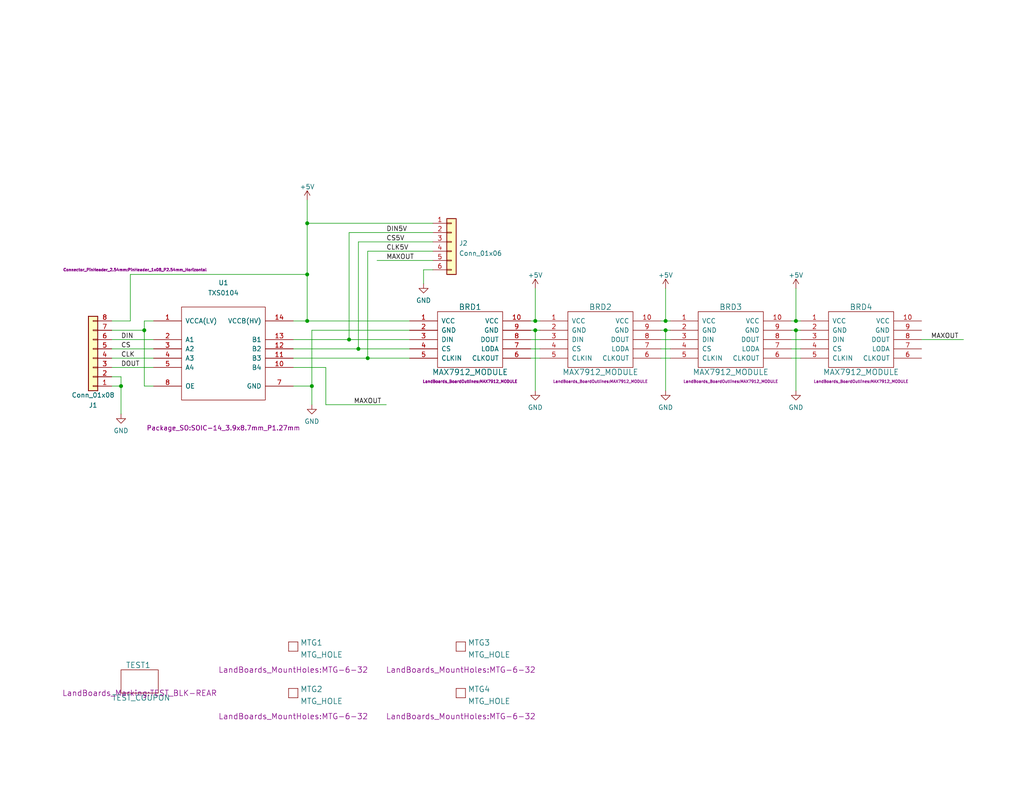
<source format=kicad_sch>
(kicad_sch (version 20211123) (generator eeschema)
  (paper "A")
  (title_block (title "MAX7219X4") (date "2022-08-01") (rev "2") (company "Land Boards, LLC"))
  (lib_symbols
    (symbol "Connector_Generic:Conn_01x06" (pin_names (offset 1.016) hide)
      (property "Reference" "J" (at 0 7.62 0))
      (property "Value" "Conn_01x06" (at 0 -10.16 0))
      (symbol "Conn_01x06_1_1"
        (rectangle (start -1.27 -7.493) (end 0 -7.747) (stroke (width 0.1524)))
        (rectangle (start -1.27 -4.953) (end 0 -5.207) (stroke (width 0.1524)))
        (rectangle (start -1.27 -2.413) (end 0 -2.667) (stroke (width 0.1524)))
        (rectangle (start -1.27 0.127) (end 0 -0.127) (stroke (width 0.1524)))
        (rectangle (start -1.27 2.667) (end 0 2.413) (stroke (width 0.1524)))
        (rectangle (start -1.27 5.207) (end 0 4.953) (stroke (width 0.1524)))
        (rectangle (start -1.27 6.35) (end 1.27 -8.89) (stroke (width 0.254)) (fill (type background)))
        (pin passive line (at -5.08 5.08 0) (length 3.81) (name "Pin_1") (number "1"))
        (pin passive line (at -5.08 2.54 0) (length 3.81) (name "Pin_2") (number "2"))
        (pin passive line (at -5.08 0 0) (length 3.81) (name "Pin_3") (number "3"))
        (pin passive line (at -5.08 -2.54 0) (length 3.81) (name "Pin_4") (number "4"))
        (pin passive line (at -5.08 -5.08 0) (length 3.81) (name "Pin_5") (number "5"))
        (pin passive line (at -5.08 -7.62 0) (length 3.81) (name "Pin_6") (number "6"))
      )
    )
    (symbol "Connector_Generic:Conn_01x08" (pin_names (offset 1.016) hide)
      (property "Reference" "J" (at 0 10.16 0))
      (property "Value" "Conn_01x08" (at 0 -12.7 0))
      (symbol "Conn_01x08_1_1"
        (rectangle (start -1.27 -10.033) (end 0 -10.287) (stroke (width 0.1524)))
        (rectangle (start -1.27 -7.493) (end 0 -7.747) (stroke (width 0.1524)))
        (rectangle (start -1.27 -4.953) (end 0 -5.207) (stroke (width 0.1524)))
        (rectangle (start -1.27 -2.413) (end 0 -2.667) (stroke (width 0.1524)))
        (rectangle (start -1.27 0.127) (end 0 -0.127) (stroke (width 0.1524)))
        (rectangle (start -1.27 2.667) (end 0 2.413) (stroke (width 0.1524)))
        (rectangle (start -1.27 5.207) (end 0 4.953) (stroke (width 0.1524)))
        (rectangle (start -1.27 7.747) (end 0 7.493) (stroke (width 0.1524)))
        (rectangle (start -1.27 8.89) (end 1.27 -11.43) (stroke (width 0.254)) (fill (type background)))
        (pin passive line (at -5.08 7.62 0) (length 3.81) (name "Pin_1") (number "1"))
        (pin passive line (at -5.08 5.08 0) (length 3.81) (name "Pin_2") (number "2"))
        (pin passive line (at -5.08 2.54 0) (length 3.81) (name "Pin_3") (number "3"))
        (pin passive line (at -5.08 0 0) (length 3.81) (name "Pin_4") (number "4"))
        (pin passive line (at -5.08 -2.54 0) (length 3.81) (name "Pin_5") (number "5"))
        (pin passive line (at -5.08 -5.08 0) (length 3.81) (name "Pin_6") (number "6"))
        (pin passive line (at -5.08 -7.62 0) (length 3.81) (name "Pin_7") (number "7"))
        (pin passive line (at -5.08 -10.16 0) (length 3.81) (name "Pin_8") (number "8"))
      )
    )
    (symbol "LandBoards:COUPON" (pin_names (offset 1.016))
      (property "Reference" "COUP?" (at 0 0 0))
      (property "Value" "COUPON" (at 0 0 0))
      (symbol "COUPON_0_1"
        (rectangle (start -5.08 0) (end 5.08 6.35))
      )
    )
    (symbol "LandBoards:MTG_HOLE" (pin_names (offset 1.016))
      (property "Reference" "MTG?" (at 0 2.54 0))
      (property "Value" "MTG_HOLE" (at 0 -2.54 0))
      (symbol "MTG_HOLE_0_1"
        (rectangle (start -1.27 -1.27) (end 1.27 -1.27))
        (rectangle (start -1.27 1.27) (end -1.27 -1.27))
        (rectangle (start 1.27 1.27) (end -1.27 1.27))
        (rectangle (start 1.27 1.27) (end 1.27 -1.27))
      )
    )
    (symbol "LandBoards_Cards:MAX7912_MODULE" (pin_names (offset 1.016))
      (property "Reference" "BRD" (at 0 8.89 0))
      (property "Value" "MAX7912_MODULE" (at 0 -8.89 0))
      (symbol "MAX7912_MODULE_0_0"
        (rectangle (start -8.89 7.62) (end 8.89 -7.62))
      )
      (symbol "MAX7912_MODULE_1_1"
        (pin power_in line (at -16.51 5.08 0) (length 7.62) (name "VCC") (number "1"))
        (pin power_in line (at 16.51 5.08 180) (length 7.62) (name "VCC") (number "10"))
        (pin power_in line (at -16.51 2.54 0) (length 7.62) (name "GND") (number "2"))
        (pin input line (at -16.51 0 0) (length 7.62) (name "DIN") (number "3"))
        (pin input line (at -16.51 -2.54 0) (length 7.62) (name "CS") (number "4"))
        (pin input line (at -16.51 -5.08 0) (length 7.62) (name "CLKIN") (number "5"))
        (pin output line (at 16.51 -5.08 180) (length 7.62) (name "CLKOUT") (number "6"))
        (pin output line (at 16.51 -2.54 180) (length 7.62) (name "LODA") (number "7"))
        (pin output line (at 16.51 0 180) (length 7.62) (name "DOUT") (number "8"))
        (pin power_in line (at 16.51 2.54 180) (length 7.62) (name "GND") (number "9"))
      )
    )
    (symbol "LandBoards_Semis:TXS0104" (pin_names (offset 1.016))
      (property "Reference" "U" (at -2.54 13.97 0))
      (property "Value" "TXS0104" (at -1.27 -13.97 0))
      (symbol "TXS0104_1_0"
        (rectangle (start -11.43 -12.7) (end 11.43 12.7))
      )
      (symbol "TXS0104_1_1"
        (pin passive line (at -19.05 8.89 0) (length 7.62) (name "VCCA(LV)") (number "1"))
        (pin bidirectional line (at 19.05 -3.81 180) (length 7.62) (name "B4") (number "10"))
        (pin bidirectional line (at 19.05 -1.27 180) (length 7.62) (name "B3") (number "11"))
        (pin bidirectional line (at 19.05 1.27 180) (length 7.62) (name "B2") (number "12"))
        (pin bidirectional line (at 19.05 3.81 180) (length 7.62) (name "B1") (number "13"))
        (pin passive line (at 19.05 8.89 180) (length 7.62) (name "VCCB(HV)") (number "14"))
        (pin bidirectional line (at -19.05 3.81 0) (length 7.62) (name "A1") (number "2"))
        (pin bidirectional line (at -19.05 1.27 0) (length 7.62) (name "A2") (number "3"))
        (pin bidirectional line (at -19.05 -1.27 0) (length 7.62) (name "A3") (number "4"))
        (pin bidirectional line (at -19.05 -3.81 0) (length 7.62) (name "A4") (number "5"))
        (pin passive line (at 19.05 -8.89 180) (length 7.62) (name "GND") (number "7"))
        (pin input line (at -19.05 -8.89 0) (length 7.62) (name "OE") (number "8"))
      )
    )
    (symbol "power:+5V" (power) (pin_names (offset 0))
      (property "Value" "+5V" (at 0 3.556 0))
      (symbol "+5V_0_1"
        (polyline (pts (xy -0.762 1.27) (xy 0 2.54)))
        (polyline (pts (xy 0 0) (xy 0 2.54)))
        (polyline (pts (xy 0 2.54) (xy 0.762 1.27)))
      )
      (symbol "+5V_1_1"
        (pin power_in line (at 0 0 90) (length 0) hide (name "+5V") (number "1"))
      )
    )
    (symbol "power:GND" (power) (pin_names (offset 0))
      (property "Value" "GND" (at 0 -3.81 0))
      (symbol "GND_0_1"
        (polyline (pts (xy 0 0) (xy 0 -1.27) (xy 1.27 -1.27) (xy 0 -2.54) (xy -1.27 -1.27) (xy 0 -1.27)))
      )
      (symbol "GND_1_1"
        (pin power_in line (at 0 0 270) (length 0) hide (name "GND") (number "1"))
      )
    )
  )
  (junction (at 181.61 87.63))
  (junction (at 39.37 90.17))
  (junction (at 217.17 87.63))
  (junction (at 83.82 74.93))
  (junction (at 97.79 95.25))
  (junction (at 217.17 90.17))
  (junction (at 181.61 90.17))
  (junction (at 83.82 60.96))
  (junction (at 83.82 87.63))
  (junction (at 85.09 105.41))
  (junction (at 95.25 92.71))
  (junction (at 33.02 105.41))
  (junction (at 146.05 90.17))
  (junction (at 146.05 87.63))
  (junction (at 100.33 97.79))
  (wire (pts (xy 144.78 90.17) (xy 146.05 90.17)))
  (wire (pts (xy 215.9 97.79) (xy 218.44 97.79)))
  (wire (pts (xy 33.02 102.87) (xy 33.02 105.41)))
  (wire (pts (xy 88.9 110.49) (xy 88.9 100.33)))
  (wire (pts (xy 33.02 105.41) (xy 33.02 113.03)))
  (wire (pts (xy 30.48 92.71) (xy 41.91 92.71)))
  (wire (pts (xy 100.33 97.79) (xy 100.33 68.58)))
  (wire (pts (xy 83.82 60.96) (xy 118.11 60.96)))
  (wire (pts (xy 115.57 73.66) (xy 115.57 77.47)))
  (wire (pts (xy 146.05 90.17) (xy 146.05 106.68)))
  (wire (pts (xy 215.9 90.17) (xy 217.17 90.17)))
  (wire (pts (xy 97.79 66.04) (xy 118.11 66.04)))
  (wire (pts (xy 39.37 87.63) (xy 41.91 87.63)))
  (wire (pts (xy 30.48 100.33) (xy 41.91 100.33)))
  (wire (pts (xy 80.01 87.63) (xy 83.82 87.63)))
  (wire (pts (xy 144.78 92.71) (xy 147.32 92.71)))
  (wire (pts (xy 85.09 105.41) (xy 85.09 110.49)))
  (wire (pts (xy 83.82 54.61) (xy 83.82 60.96)))
  (wire (pts (xy 215.9 92.71) (xy 218.44 92.71)))
  (wire (pts (xy 39.37 90.17) (xy 39.37 105.41)))
  (wire (pts (xy 180.34 87.63) (xy 181.61 87.63)))
  (wire (pts (xy 83.82 87.63) (xy 111.76 87.63)))
  (wire (pts (xy 100.33 68.58) (xy 118.11 68.58)))
  (wire (pts (xy 35.56 74.93) (xy 35.56 87.63)))
  (wire (pts (xy 217.17 90.17) (xy 217.17 106.68)))
  (wire (pts (xy 217.17 90.17) (xy 218.44 90.17)))
  (wire (pts (xy 181.61 90.17) (xy 181.61 106.68)))
  (wire (pts (xy 146.05 87.63) (xy 147.32 87.63)))
  (wire (pts (xy 217.17 87.63) (xy 218.44 87.63)))
  (wire (pts (xy 118.11 73.66) (xy 115.57 73.66)))
  (wire (pts (xy 83.82 60.96) (xy 83.82 74.93)))
  (wire (pts (xy 30.48 102.87) (xy 33.02 102.87)))
  (wire (pts (xy 251.46 92.71) (xy 262.89 92.71)))
  (wire (pts (xy 85.09 90.17) (xy 111.76 90.17)))
  (wire (pts (xy 181.61 78.74) (xy 181.61 87.63)))
  (wire (pts (xy 30.48 105.41) (xy 33.02 105.41)))
  (wire (pts (xy 100.33 97.79) (xy 111.76 97.79)))
  (wire (pts (xy 215.9 95.25) (xy 218.44 95.25)))
  (wire (pts (xy 97.79 95.25) (xy 111.76 95.25)))
  (wire (pts (xy 215.9 87.63) (xy 217.17 87.63)))
  (wire (pts (xy 30.48 90.17) (xy 39.37 90.17)))
  (wire (pts (xy 180.34 97.79) (xy 182.88 97.79)))
  (wire (pts (xy 85.09 90.17) (xy 85.09 105.41)))
  (wire (pts (xy 105.41 110.49) (xy 88.9 110.49)))
  (wire (pts (xy 181.61 90.17) (xy 182.88 90.17)))
  (wire (pts (xy 181.61 87.63) (xy 182.88 87.63)))
  (wire (pts (xy 88.9 100.33) (xy 80.01 100.33)))
  (wire (pts (xy 80.01 105.41) (xy 85.09 105.41)))
  (wire (pts (xy 35.56 87.63) (xy 30.48 87.63)))
  (wire (pts (xy 180.34 90.17) (xy 181.61 90.17)))
  (wire (pts (xy 144.78 95.25) (xy 147.32 95.25)))
  (wire (pts (xy 80.01 95.25) (xy 97.79 95.25)))
  (wire (pts (xy 180.34 95.25) (xy 182.88 95.25)))
  (wire (pts (xy 39.37 90.17) (xy 39.37 87.63)))
  (wire (pts (xy 83.82 74.93) (xy 83.82 87.63)))
  (wire (pts (xy 95.25 63.5) (xy 118.11 63.5)))
  (wire (pts (xy 102.87 71.12) (xy 118.11 71.12)))
  (wire (pts (xy 146.05 90.17) (xy 147.32 90.17)))
  (wire (pts (xy 95.25 92.71) (xy 95.25 63.5)))
  (wire (pts (xy 144.78 87.63) (xy 146.05 87.63)))
  (wire (pts (xy 144.78 97.79) (xy 147.32 97.79)))
  (wire (pts (xy 95.25 92.71) (xy 111.76 92.71)))
  (wire (pts (xy 80.01 97.79) (xy 100.33 97.79)))
  (wire (pts (xy 30.48 95.25) (xy 41.91 95.25)))
  (wire (pts (xy 35.56 74.93) (xy 83.82 74.93)))
  (wire (pts (xy 80.01 92.71) (xy 95.25 92.71)))
  (wire (pts (xy 217.17 78.74) (xy 217.17 87.63)))
  (wire (pts (xy 146.05 78.74) (xy 146.05 87.63)))
  (wire (pts (xy 39.37 105.41) (xy 41.91 105.41)))
  (wire (pts (xy 180.34 92.71) (xy 182.88 92.71)))
  (wire (pts (xy 30.48 97.79) (xy 41.91 97.79)))
  (wire (pts (xy 97.79 95.25) (xy 97.79 66.04)))
  (label "MAXOUT" (at 96.52 110.49 0))
  (label "CLK5V" (at 105.41 68.58 0))
  (label "CLK" (at 33.02 97.79 0))
  (label "MAXOUT" (at 105.41 71.12 0))
  (label "CS5V" (at 105.41 66.04 0))
  (label "DIN" (at 33.02 92.71 0))
  (label "DIN5V" (at 105.41 63.5 0))
  (label "MAXOUT" (at 254 92.71 0))
  (label "CS" (at 33.02 95.25 0))
  (label "DOUT" (at 33.02 100.33 0))
  (symbol (lib_id "LandBoards:MTG_HOLE") (at 125.73 176.53 0) (unit 1)
    (property "Reference" "MTG3" (at 127.635 175.4653 0) (effects (font (size 1.524 1.524)) (justify left)))
    (property "Value" "MTG_HOLE" (at 127.635 178.7443 0) (effects (font (size 1.524 1.524)) (justify left)))
    (property "Footprint" "LandBoards_MountHoles:MTG-6-32" (at 125.73 182.88 0) (effects (font (size 1.524 1.524))))
  )
  (symbol (lib_id "power:GND") (at 181.61 106.68 0) (unit 1)
    (property "Reference" "#PWR0105" (effects hide))
    (property "Value" "GND" (at 181.61 111.2425 0))
  )
  (symbol (lib_id "LandBoards:MTG_HOLE") (at 80.01 176.53 0) (unit 1)
    (property "Reference" "MTG1" (at 81.915 175.4653 0) (effects (font (size 1.524 1.524)) (justify left)))
    (property "Value" "MTG_HOLE" (at 81.915 178.7443 0) (effects (font (size 1.524 1.524)) (justify left)))
    (property "Footprint" "LandBoards_MountHoles:MTG-6-32" (at 80.01 182.88 0) (effects (font (size 1.524 1.524))))
  )
  (symbol (lib_id "power:+5V") (at 217.17 78.74 0) (unit 1)
    (property "Reference" "#PWR0106" (effects hide))
    (property "Value" "+5V" (at 217.17 75.1355 0))
  )
  (symbol (lib_id "power:+5V") (at 146.05 78.74 0) (unit 1)
    (property "Reference" "#PWR0108" (effects hide))
    (property "Value" "+5V" (at 146.05 75.1355 0))
  )
  (symbol (lib_id "LandBoards_Cards:MAX7912_MODULE") (at 163.83 92.71 0) (unit 1)
    (property "Reference" "BRD2" (at 163.83 83.82 0) (effects (font (size 1.524 1.524))))
    (property "Value" "MAX7912_MODULE" (at 163.83 101.6 0) (effects (font (size 1.524 1.524))))
    (property "Footprint" "LandBoards_BoardOutlines:MAX7912_MODULE" (at 163.83 104.14 0) (effects (font (size 0.762 0.762))))
  )
  (symbol (lib_id "Connector_Generic:Conn_01x06") (at 123.19 66.04 0) (unit 1)
    (property "Reference" "J2" (at 125.222 66.4015 0) (effects (justify left)))
    (property "Value" "Conn_01x06" (at 125.222 69.1766 0) (effects (justify left)))
    (property "Footprint" "Connector_PinHeader_2.54mm:PinHeader_1x06_P2.54mm_Horizontal" (effects hide))
  )
  (symbol (lib_id "LandBoards_Semis:TXS0104") (at 60.96 96.52 0) (unit 1)
    (property "Reference" "U1" (at 60.96 77.2053 0))
    (property "Value" "TXS0104" (at 60.96 79.9804 0))
    (property "Footprint" "Package_SO:SOIC-14_3.9x8.7mm_P1.27mm" (at 60.96 116.84 0))
    (property "Datasheet" "DOCUMENTATION" (effects hide))
  )
  (symbol (lib_id "LandBoards:MTG_HOLE") (at 125.73 189.23 0) (unit 1)
    (property "Reference" "MTG4" (at 127.635 188.1653 0) (effects (font (size 1.524 1.524)) (justify left)))
    (property "Value" "MTG_HOLE" (at 127.635 191.4443 0) (effects (font (size 1.524 1.524)) (justify left)))
    (property "Footprint" "LandBoards_MountHoles:MTG-6-32" (at 125.73 195.58 0) (effects (font (size 1.524 1.524))))
  )
  (symbol (lib_id "LandBoards_Cards:MAX7912_MODULE") (at 234.95 92.71 0) (unit 1)
    (property "Reference" "BRD4" (at 234.95 83.82 0) (effects (font (size 1.524 1.524))))
    (property "Value" "MAX7912_MODULE" (at 234.95 101.6 0) (effects (font (size 1.524 1.524))))
    (property "Footprint" "LandBoards_BoardOutlines:MAX7912_MODULE" (at 234.95 104.14 0) (effects (font (size 0.762 0.762))))
  )
  (symbol (lib_id "power:+5V") (at 83.82 54.61 0) (unit 1)
    (property "Reference" "#PWR0109" (effects hide))
    (property "Value" "+5V" (at 83.82 51.0055 0))
  )
  (symbol (lib_id "power:GND") (at 33.02 113.03 0) (unit 1)
    (property "Reference" "#PWR0103" (effects hide))
    (property "Value" "GND" (at 33.02 117.5925 0))
  )
  (symbol (lib_id "LandBoards_Cards:MAX7912_MODULE") (at 199.39 92.71 0) (unit 1)
    (property "Reference" "BRD3" (at 199.39 83.82 0) (effects (font (size 1.524 1.524))))
    (property "Value" "MAX7912_MODULE" (at 199.39 101.6 0) (effects (font (size 1.524 1.524))))
    (property "Footprint" "LandBoards_BoardOutlines:MAX7912_MODULE" (at 199.39 104.14 0) (effects (font (size 0.762 0.762))))
  )
  (symbol (lib_id "power:GND") (at 115.57 77.47 0) (unit 1)
    (property "Reference" "#PWR0110" (effects hide))
    (property "Value" "GND" (at 115.57 82.0325 0))
  )
  (symbol (lib_id "power:+5V") (at 181.61 78.74 0) (unit 1)
    (property "Reference" "#PWR0107" (effects hide))
    (property "Value" "+5V" (at 181.61 75.1355 0))
  )
  (symbol (lib_id "LandBoards_Cards:MAX7912_MODULE") (at 128.27 92.71 0) (unit 1)
    (property "Reference" "BRD1" (at 128.27 83.82 0) (effects (font (size 1.524 1.524))))
    (property "Value" "MAX7912_MODULE" (at 128.27 101.6 0) (effects (font (size 1.524 1.524))))
    (property "Footprint" "LandBoards_BoardOutlines:MAX7912_MODULE" (at 128.27 104.14 0) (effects (font (size 0.762 0.762))))
  )
  (symbol (lib_id "Connector_Generic:Conn_01x08") (at 25.4 97.79 180) (unit 1)
    (property "Reference" "J1" (at 25.4 110.6465 0))
    (property "Value" "Conn_01x08" (at 25.4 107.8714 0))
    (property "Footprint" "Connector_PinHeader_2.54mm:PinHeader_1x08_P2.54mm_Horizontal" (at 36.83 73.66 0) (effects (font (size 0.762 0.762))))
  )
  (symbol (lib_id "power:GND") (at 217.17 106.68 0) (unit 1)
    (property "Reference" "#PWR0104" (effects hide))
    (property "Value" "GND" (at 217.17 111.2425 0))
  )
  (symbol (lib_id "LandBoards:MTG_HOLE") (at 80.01 189.23 0) (unit 1)
    (property "Reference" "MTG2" (at 81.915 188.1653 0) (effects (font (size 1.524 1.524)) (justify left)))
    (property "Value" "MTG_HOLE" (at 81.915 191.4443 0) (effects (font (size 1.524 1.524)) (justify left)))
    (property "Footprint" "LandBoards_MountHoles:MTG-6-32" (at 80.01 195.58 0) (effects (font (size 1.524 1.524))))
  )
  (symbol (lib_id "power:GND") (at 146.05 106.68 0) (unit 1)
    (property "Reference" "#PWR0101" (effects hide))
    (property "Value" "GND" (at 146.05 111.2425 0))
  )
  (symbol (lib_id "power:GND") (at 85.09 110.49 0) (unit 1)
    (property "Reference" "#PWR0102" (effects hide))
    (property "Value" "GND" (at 85.09 115.0525 0))
  )
  (symbol (lib_id "LandBoards:COUPON") (at 38.1 189.23 0) (unit 1)
    (property "Reference" "TEST1" (at 34.29 181.61 0) (effects (font (size 1.524 1.524)) (justify left)))
    (property "Value" "TEST_COUPON" (at 30.48 190.5 0) (effects (font (size 1.524 1.524)) (justify left)))
    (property "Footprint" "LandBoards_Marking:TEST_BLK-REAR" (at 38.1 189.23 0) (effects (font (size 1.524 1.524))))
  )
)
</source>
